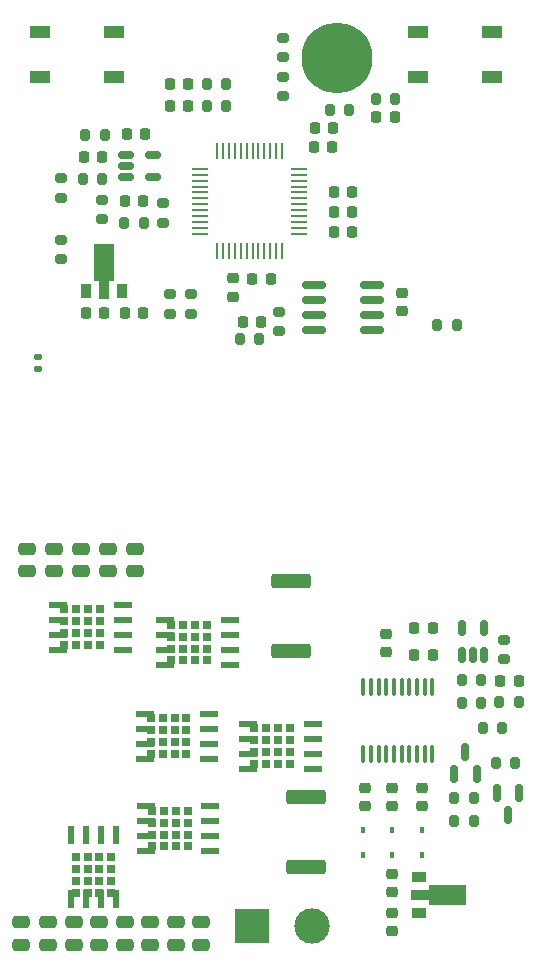
<source format=gbr>
%TF.GenerationSoftware,KiCad,Pcbnew,7.0.1*%
%TF.CreationDate,2023-06-12T22:17:34+07:00*%
%TF.ProjectId,servo_motor,73657276-6f5f-46d6-9f74-6f722e6b6963,rev?*%
%TF.SameCoordinates,Original*%
%TF.FileFunction,Paste,Top*%
%TF.FilePolarity,Positive*%
%FSLAX46Y46*%
G04 Gerber Fmt 4.6, Leading zero omitted, Abs format (unit mm)*
G04 Created by KiCad (PCBNEW 7.0.1) date 2023-06-12 22:17:34*
%MOMM*%
%LPD*%
G01*
G04 APERTURE LIST*
G04 Aperture macros list*
%AMRoundRect*
0 Rectangle with rounded corners*
0 $1 Rounding radius*
0 $2 $3 $4 $5 $6 $7 $8 $9 X,Y pos of 4 corners*
0 Add a 4 corners polygon primitive as box body*
4,1,4,$2,$3,$4,$5,$6,$7,$8,$9,$2,$3,0*
0 Add four circle primitives for the rounded corners*
1,1,$1+$1,$2,$3*
1,1,$1+$1,$4,$5*
1,1,$1+$1,$6,$7*
1,1,$1+$1,$8,$9*
0 Add four rect primitives between the rounded corners*
20,1,$1+$1,$2,$3,$4,$5,0*
20,1,$1+$1,$4,$5,$6,$7,0*
20,1,$1+$1,$6,$7,$8,$9,0*
20,1,$1+$1,$8,$9,$2,$3,0*%
%AMFreePoly0*
4,1,9,3.862500,-0.866500,0.737500,-0.866500,0.737500,-0.450000,-0.737500,-0.450000,-0.737500,0.450000,0.737500,0.450000,0.737500,0.866500,3.862500,0.866500,3.862500,-0.866500,3.862500,-0.866500,$1*%
G04 Aperture macros list end*
%ADD10RoundRect,0.225000X0.250000X-0.225000X0.250000X0.225000X-0.250000X0.225000X-0.250000X-0.225000X0*%
%ADD11RoundRect,0.200000X0.200000X0.275000X-0.200000X0.275000X-0.200000X-0.275000X0.200000X-0.275000X0*%
%ADD12RoundRect,0.225000X-0.225000X-0.250000X0.225000X-0.250000X0.225000X0.250000X-0.225000X0.250000X0*%
%ADD13R,0.450000X0.600000*%
%ADD14RoundRect,0.200000X0.275000X-0.200000X0.275000X0.200000X-0.275000X0.200000X-0.275000X-0.200000X0*%
%ADD15RoundRect,0.250000X0.475000X-0.250000X0.475000X0.250000X-0.475000X0.250000X-0.475000X-0.250000X0*%
%ADD16RoundRect,0.250000X-0.475000X0.250000X-0.475000X-0.250000X0.475000X-0.250000X0.475000X0.250000X0*%
%ADD17RoundRect,0.225000X-0.250000X0.225000X-0.250000X-0.225000X0.250000X-0.225000X0.250000X0.225000X0*%
%ADD18RoundRect,0.250000X-1.425000X0.362500X-1.425000X-0.362500X1.425000X-0.362500X1.425000X0.362500X0*%
%ADD19RoundRect,0.135000X-0.185000X0.135000X-0.185000X-0.135000X0.185000X-0.135000X0.185000X0.135000X0*%
%ADD20RoundRect,0.250000X1.425000X-0.362500X1.425000X0.362500X-1.425000X0.362500X-1.425000X-0.362500X0*%
%ADD21RoundRect,0.225000X0.225000X0.250000X-0.225000X0.250000X-0.225000X-0.250000X0.225000X-0.250000X0*%
%ADD22RoundRect,0.200000X-0.200000X-0.275000X0.200000X-0.275000X0.200000X0.275000X-0.200000X0.275000X0*%
%ADD23R,0.800000X0.800000*%
%ADD24R,1.600000X0.600000*%
%ADD25R,0.900000X1.300000*%
%ADD26FreePoly0,90.000000*%
%ADD27RoundRect,0.100000X-0.100000X0.637500X-0.100000X-0.637500X0.100000X-0.637500X0.100000X0.637500X0*%
%ADD28RoundRect,0.200000X-0.275000X0.200000X-0.275000X-0.200000X0.275000X-0.200000X0.275000X0.200000X0*%
%ADD29RoundRect,0.150000X0.150000X-0.587500X0.150000X0.587500X-0.150000X0.587500X-0.150000X-0.587500X0*%
%ADD30R,1.700000X1.000000*%
%ADD31RoundRect,0.150000X-0.512500X-0.150000X0.512500X-0.150000X0.512500X0.150000X-0.512500X0.150000X0*%
%ADD32R,0.600000X1.600000*%
%ADD33R,0.228600X1.473200*%
%ADD34R,1.473200X0.228600*%
%ADD35C,6.000000*%
%ADD36R,3.000000X3.000000*%
%ADD37C,3.000000*%
%ADD38RoundRect,0.150000X-0.150000X0.587500X-0.150000X-0.587500X0.150000X-0.587500X0.150000X0.587500X0*%
%ADD39RoundRect,0.150000X0.150000X-0.512500X0.150000X0.512500X-0.150000X0.512500X-0.150000X-0.512500X0*%
%ADD40RoundRect,0.150000X-0.825000X-0.150000X0.825000X-0.150000X0.825000X0.150000X-0.825000X0.150000X0*%
%ADD41R,1.300000X0.900000*%
%ADD42FreePoly0,0.000000*%
%ADD43RoundRect,0.218750X-0.218750X-0.256250X0.218750X-0.256250X0.218750X0.256250X-0.218750X0.256250X0*%
G04 APERTURE END LIST*
D10*
%TO.C,C25*%
X158946018Y-122468178D03*
X158946018Y-120918178D03*
%TD*%
D11*
%TO.C,R11*%
X144925000Y-52600000D03*
X143275000Y-52600000D03*
%TD*%
%TO.C,R2*%
X147725000Y-72400000D03*
X146075000Y-72400000D03*
%TD*%
D12*
%TO.C,C41*%
X152425000Y-54500000D03*
X153975000Y-54500000D03*
%TD*%
%TO.C,C28*%
X136325000Y-60700000D03*
X137875000Y-60700000D03*
%TD*%
D13*
%TO.C,D2*%
X158946018Y-113925178D03*
X158946018Y-116025178D03*
%TD*%
D12*
%TO.C,C17*%
X154050000Y-61600000D03*
X155600000Y-61600000D03*
%TD*%
D13*
%TO.C,D1*%
X161486018Y-113925178D03*
X161486018Y-116025178D03*
%TD*%
D14*
%TO.C,R5*%
X130900000Y-60400000D03*
X130900000Y-58750000D03*
%TD*%
D15*
%TO.C,C7*%
X137229018Y-92036178D03*
X137229018Y-90136178D03*
%TD*%
D16*
%TO.C,C21*%
X136340018Y-121759178D03*
X136340018Y-123659178D03*
%TD*%
D17*
%TO.C,C32*%
X158946018Y-117616178D03*
X158946018Y-119166178D03*
%TD*%
D14*
%TO.C,R13*%
X149400000Y-71725000D03*
X149400000Y-70075000D03*
%TD*%
D18*
%TO.C,R16*%
X150437018Y-92822678D03*
X150437018Y-98747678D03*
%TD*%
D19*
%TO.C,TH1*%
X129000000Y-73890000D03*
X129000000Y-74910000D03*
%TD*%
D11*
%TO.C,R26*%
X134411800Y-58817600D03*
X132761800Y-58817600D03*
%TD*%
D16*
%TO.C,C15*%
X132022018Y-121759178D03*
X132022018Y-123659178D03*
%TD*%
D12*
%TO.C,C1*%
X146325000Y-70900000D03*
X147875000Y-70900000D03*
%TD*%
D13*
%TO.C,D5*%
X156533018Y-113925178D03*
X156533018Y-116025178D03*
%TD*%
D15*
%TO.C,C6*%
X134943018Y-92036178D03*
X134943018Y-90136178D03*
%TD*%
%TO.C,C34*%
X130371018Y-92036178D03*
X130371018Y-90136178D03*
%TD*%
D16*
%TO.C,C19*%
X134181018Y-121759178D03*
X134181018Y-123659178D03*
%TD*%
D20*
%TO.C,R14*%
X151707018Y-117035678D03*
X151707018Y-111110678D03*
%TD*%
D21*
%TO.C,C26*%
X134575000Y-70200000D03*
X133025000Y-70200000D03*
%TD*%
D10*
%TO.C,C8*%
X161486018Y-111940178D03*
X161486018Y-110390178D03*
%TD*%
D22*
%TO.C,R23*%
X164243018Y-111237178D03*
X165893018Y-111237178D03*
%TD*%
D23*
%TO.C,Q4*%
X141547018Y-107479178D03*
X141547018Y-106479178D03*
X141547018Y-105479178D03*
X141547018Y-104479178D03*
X140547018Y-107479178D03*
X140547018Y-106479178D03*
X140547018Y-105479178D03*
X140547018Y-104479178D03*
X139547018Y-107479178D03*
X139547018Y-106479178D03*
X139547018Y-105479178D03*
X139547018Y-104479178D03*
X138547018Y-107479178D03*
X138547018Y-106479178D03*
X138547018Y-105479178D03*
X138547018Y-104479178D03*
D24*
X143476018Y-107884178D03*
X143476018Y-106614178D03*
X143476018Y-105344178D03*
X143476018Y-104074178D03*
X138015018Y-104074178D03*
X138015018Y-105344178D03*
X138015018Y-106614178D03*
X138015018Y-107884178D03*
%TD*%
D12*
%TO.C,C11*%
X147125000Y-67300000D03*
X148675000Y-67300000D03*
%TD*%
D22*
%TO.C,R21*%
X167743018Y-108237178D03*
X169393018Y-108237178D03*
%TD*%
D25*
%TO.C,U11*%
X133062000Y-68294000D03*
D26*
X134562000Y-68206500D03*
D25*
X136062000Y-68294000D03*
%TD*%
D23*
%TO.C,Q3*%
X150310018Y-108326178D03*
X150310018Y-107326178D03*
X150310018Y-106326178D03*
X150310018Y-105326178D03*
X149310018Y-108326178D03*
X149310018Y-107326178D03*
X149310018Y-106326178D03*
X149310018Y-105326178D03*
X148310018Y-108326178D03*
X148310018Y-107326178D03*
X148310018Y-106326178D03*
X148310018Y-105326178D03*
X147310018Y-108326178D03*
X147310018Y-107326178D03*
X147310018Y-106326178D03*
X147310018Y-105326178D03*
D24*
X152239018Y-108731178D03*
X152239018Y-107461178D03*
X152239018Y-106191178D03*
X152239018Y-104921178D03*
X146778018Y-104921178D03*
X146778018Y-106191178D03*
X146778018Y-107461178D03*
X146778018Y-108731178D03*
%TD*%
D21*
%TO.C,C2*%
X162388018Y-96801178D03*
X160838018Y-96801178D03*
%TD*%
D27*
%TO.C,U3*%
X162379018Y-101812678D03*
X161729018Y-101812678D03*
X161079018Y-101812678D03*
X160429018Y-101812678D03*
X159779018Y-101812678D03*
X159129018Y-101812678D03*
X158479018Y-101812678D03*
X157829018Y-101812678D03*
X157179018Y-101812678D03*
X156529018Y-101812678D03*
X156529018Y-107537678D03*
X157179018Y-107537678D03*
X157829018Y-107537678D03*
X158479018Y-107537678D03*
X159129018Y-107537678D03*
X159779018Y-107537678D03*
X160429018Y-107537678D03*
X161079018Y-107537678D03*
X161729018Y-107537678D03*
X162379018Y-107537678D03*
%TD*%
D11*
%TO.C,R12*%
X144925000Y-50800000D03*
X143275000Y-50800000D03*
%TD*%
D22*
%TO.C,R24*%
X132975000Y-55100000D03*
X134625000Y-55100000D03*
%TD*%
D10*
%TO.C,C13*%
X158946018Y-111940178D03*
X158946018Y-110390178D03*
%TD*%
D11*
%TO.C,R10*%
X166502018Y-101246178D03*
X164852018Y-101246178D03*
%TD*%
D28*
%TO.C,R20*%
X139600000Y-60875000D03*
X139600000Y-62525000D03*
%TD*%
D29*
%TO.C,Q8*%
X164218018Y-109174678D03*
X166118018Y-109174678D03*
X165168018Y-107299678D03*
%TD*%
D14*
%TO.C,R27*%
X134400000Y-62225000D03*
X134400000Y-60575000D03*
%TD*%
D22*
%TO.C,R17*%
X162775000Y-71200000D03*
X164425000Y-71200000D03*
%TD*%
D30*
%TO.C,SW1*%
X129150000Y-46400000D03*
X135450000Y-46400000D03*
X129150000Y-50200000D03*
X135450000Y-50200000D03*
%TD*%
D14*
%TO.C,R4*%
X130900000Y-65625000D03*
X130900000Y-63975000D03*
%TD*%
D11*
%TO.C,R8*%
X169693018Y-103087178D03*
X168043018Y-103087178D03*
%TD*%
D31*
%TO.C,U9*%
X136462500Y-56750000D03*
X136462500Y-57700000D03*
X136462500Y-58650000D03*
X138737500Y-58650000D03*
X138737500Y-56750000D03*
%TD*%
D21*
%TO.C,C22*%
X138075000Y-55000000D03*
X136525000Y-55000000D03*
%TD*%
D15*
%TO.C,C10*%
X132657018Y-92036178D03*
X132657018Y-90136178D03*
%TD*%
D23*
%TO.C,Q6*%
X135181018Y-116248178D03*
X134181018Y-116248178D03*
X133181018Y-116248178D03*
X132181018Y-116248178D03*
X135181018Y-117248178D03*
X134181018Y-117248178D03*
X133181018Y-117248178D03*
X132181018Y-117248178D03*
X135181018Y-118248178D03*
X134181018Y-118248178D03*
X133181018Y-118248178D03*
X132181018Y-118248178D03*
X135181018Y-119248178D03*
X134181018Y-119248178D03*
X133181018Y-119248178D03*
X132181018Y-119248178D03*
D32*
X135586018Y-114319178D03*
X134316018Y-114319178D03*
X133046018Y-114319178D03*
X131776018Y-114319178D03*
X131776018Y-119780178D03*
X133046018Y-119780178D03*
X134316018Y-119780178D03*
X135586018Y-119780178D03*
%TD*%
D11*
%TO.C,R22*%
X165893018Y-113187178D03*
X164243018Y-113187178D03*
%TD*%
D28*
%TO.C,R3*%
X149700000Y-50175000D03*
X149700000Y-51825000D03*
%TD*%
D12*
%TO.C,C20*%
X154050000Y-63300000D03*
X155600000Y-63300000D03*
%TD*%
D28*
%TO.C,R19*%
X141900000Y-68575000D03*
X141900000Y-70225000D03*
%TD*%
D10*
%TO.C,C35*%
X159800000Y-69975000D03*
X159800000Y-68425000D03*
%TD*%
D23*
%TO.C,Q5*%
X141658018Y-115327178D03*
X141658018Y-114327178D03*
X141658018Y-113327178D03*
X141658018Y-112327178D03*
X140658018Y-115327178D03*
X140658018Y-114327178D03*
X140658018Y-113327178D03*
X140658018Y-112327178D03*
X139658018Y-115327178D03*
X139658018Y-114327178D03*
X139658018Y-113327178D03*
X139658018Y-112327178D03*
X138658018Y-115327178D03*
X138658018Y-114327178D03*
X138658018Y-113327178D03*
X138658018Y-112327178D03*
D24*
X143587018Y-115732178D03*
X143587018Y-114462178D03*
X143587018Y-113192178D03*
X143587018Y-111922178D03*
X138126018Y-111922178D03*
X138126018Y-113192178D03*
X138126018Y-114462178D03*
X138126018Y-115732178D03*
%TD*%
D16*
%TO.C,C12*%
X127577018Y-121759178D03*
X127577018Y-123659178D03*
%TD*%
D33*
%TO.C,U2*%
X144150000Y-64916400D03*
X144649999Y-64916400D03*
X145150001Y-64916400D03*
X145650000Y-64916400D03*
X146149999Y-64916400D03*
X146650000Y-64916400D03*
X147150000Y-64916400D03*
X147650001Y-64916400D03*
X148150000Y-64916400D03*
X148649999Y-64916400D03*
X149150001Y-64916400D03*
X149650000Y-64916400D03*
D34*
X151116400Y-63450000D03*
X151116400Y-62950001D03*
X151116400Y-62449999D03*
X151116400Y-61950000D03*
X151116400Y-61450001D03*
X151116400Y-60950000D03*
X151116400Y-60450000D03*
X151116400Y-59949999D03*
X151116400Y-59450000D03*
X151116400Y-58950001D03*
X151116400Y-58449999D03*
X151116400Y-57950000D03*
D33*
X149650000Y-56483600D03*
X149150001Y-56483600D03*
X148649999Y-56483600D03*
X148150000Y-56483600D03*
X147650001Y-56483600D03*
X147150000Y-56483600D03*
X146650000Y-56483600D03*
X146149999Y-56483600D03*
X145650000Y-56483600D03*
X145150001Y-56483600D03*
X144649999Y-56483600D03*
X144150000Y-56483600D03*
D34*
X142683600Y-57950000D03*
X142683600Y-58449999D03*
X142683600Y-58950001D03*
X142683600Y-59450000D03*
X142683600Y-59949999D03*
X142683600Y-60450000D03*
X142683600Y-60950000D03*
X142683600Y-61450001D03*
X142683600Y-61950000D03*
X142683600Y-62449999D03*
X142683600Y-62950001D03*
X142683600Y-63450000D03*
%TD*%
D12*
%TO.C,C36*%
X152325000Y-56100000D03*
X153875000Y-56100000D03*
%TD*%
D35*
%TO.C,TP1*%
X154300000Y-48600000D03*
%TD*%
D11*
%TO.C,R25*%
X137925000Y-62500000D03*
X136275000Y-62500000D03*
%TD*%
D10*
%TO.C,C16*%
X156660018Y-111940178D03*
X156660018Y-110390178D03*
%TD*%
D14*
%TO.C,R6*%
X168468018Y-99462178D03*
X168468018Y-97812178D03*
%TD*%
D36*
%TO.C,J5*%
X147135018Y-122074178D03*
D37*
X152215018Y-122074178D03*
%TD*%
D16*
%TO.C,C27*%
X140658018Y-121759178D03*
X140658018Y-123659178D03*
%TD*%
D10*
%TO.C,C3*%
X158438018Y-98846178D03*
X158438018Y-97296178D03*
%TD*%
D38*
%TO.C,Q7*%
X169718018Y-110799678D03*
X167818018Y-110799678D03*
X168768018Y-112674678D03*
%TD*%
D16*
%TO.C,C14*%
X129863018Y-121759178D03*
X129863018Y-123659178D03*
%TD*%
D15*
%TO.C,C31*%
X128085018Y-92036178D03*
X128085018Y-90136178D03*
%TD*%
D12*
%TO.C,C33*%
X136325000Y-70200000D03*
X137875000Y-70200000D03*
%TD*%
D22*
%TO.C,R15*%
X157575000Y-52000000D03*
X159225000Y-52000000D03*
%TD*%
D12*
%TO.C,C18*%
X157625000Y-53600000D03*
X159175000Y-53600000D03*
%TD*%
D28*
%TO.C,R18*%
X140200000Y-68575000D03*
X140200000Y-70225000D03*
%TD*%
D39*
%TO.C,U1*%
X164854018Y-99081678D03*
X165804018Y-99081678D03*
X166754018Y-99081678D03*
X166754018Y-96806678D03*
X164854018Y-96806678D03*
%TD*%
D23*
%TO.C,Q1*%
X143277018Y-99571178D03*
X143277018Y-98571178D03*
X143277018Y-97571178D03*
X143277018Y-96571178D03*
X142277018Y-99571178D03*
X142277018Y-98571178D03*
X142277018Y-97571178D03*
X142277018Y-96571178D03*
X141277018Y-99571178D03*
X141277018Y-98571178D03*
X141277018Y-97571178D03*
X141277018Y-96571178D03*
X140277018Y-99571178D03*
X140277018Y-98571178D03*
X140277018Y-97571178D03*
X140277018Y-96571178D03*
D24*
X145206018Y-99976178D03*
X145206018Y-98706178D03*
X145206018Y-97436178D03*
X145206018Y-96166178D03*
X139745018Y-96166178D03*
X139745018Y-97436178D03*
X139745018Y-98706178D03*
X139745018Y-99976178D03*
%TD*%
D30*
%TO.C,RST1*%
X167450000Y-50200000D03*
X161150000Y-50200000D03*
X167450000Y-46400000D03*
X161150000Y-46400000D03*
%TD*%
D22*
%TO.C,R29*%
X153675000Y-53000000D03*
X155325000Y-53000000D03*
%TD*%
D17*
%TO.C,C9*%
X145500000Y-67225000D03*
X145500000Y-68775000D03*
%TD*%
D12*
%TO.C,C4*%
X168143018Y-101287178D03*
X169693018Y-101287178D03*
%TD*%
D40*
%TO.C,U5*%
X152325000Y-67795000D03*
X152325000Y-69065000D03*
X152325000Y-70335000D03*
X152325000Y-71605000D03*
X157275000Y-71605000D03*
X157275000Y-70335000D03*
X157275000Y-69065000D03*
X157275000Y-67795000D03*
%TD*%
D41*
%TO.C,U12*%
X161218018Y-117937178D03*
D42*
X161305518Y-119437178D03*
D41*
X161218018Y-120937178D03*
%TD*%
D16*
%TO.C,C24*%
X138499018Y-121759178D03*
X138499018Y-123659178D03*
%TD*%
D23*
%TO.C,Q2*%
X134219018Y-98251178D03*
X134219018Y-97251178D03*
X134219018Y-96251178D03*
X134219018Y-95251178D03*
X133219018Y-98251178D03*
X133219018Y-97251178D03*
X133219018Y-96251178D03*
X133219018Y-95251178D03*
X132219018Y-98251178D03*
X132219018Y-97251178D03*
X132219018Y-96251178D03*
X132219018Y-95251178D03*
X131219018Y-98251178D03*
X131219018Y-97251178D03*
X131219018Y-96251178D03*
X131219018Y-95251178D03*
D24*
X136148018Y-98656178D03*
X136148018Y-97386178D03*
X136148018Y-96116178D03*
X136148018Y-94846178D03*
X130687018Y-94846178D03*
X130687018Y-96116178D03*
X130687018Y-97386178D03*
X130687018Y-98656178D03*
%TD*%
D43*
%TO.C,D3*%
X140137500Y-50800000D03*
X141712500Y-50800000D03*
%TD*%
D21*
%TO.C,C5*%
X162388018Y-99087178D03*
X160838018Y-99087178D03*
%TD*%
D11*
%TO.C,R7*%
X168280018Y-105310178D03*
X166630018Y-105310178D03*
%TD*%
D12*
%TO.C,C23*%
X154050000Y-59900000D03*
X155600000Y-59900000D03*
%TD*%
D21*
%TO.C,C30*%
X134438000Y-56938000D03*
X132888000Y-56938000D03*
%TD*%
D14*
%TO.C,R1*%
X149700000Y-48525000D03*
X149700000Y-46875000D03*
%TD*%
D16*
%TO.C,C29*%
X142817018Y-121759178D03*
X142817018Y-123659178D03*
%TD*%
D22*
%TO.C,R9*%
X164852018Y-103151178D03*
X166502018Y-103151178D03*
%TD*%
D43*
%TO.C,D4*%
X140137500Y-52600000D03*
X141712500Y-52600000D03*
%TD*%
M02*

</source>
